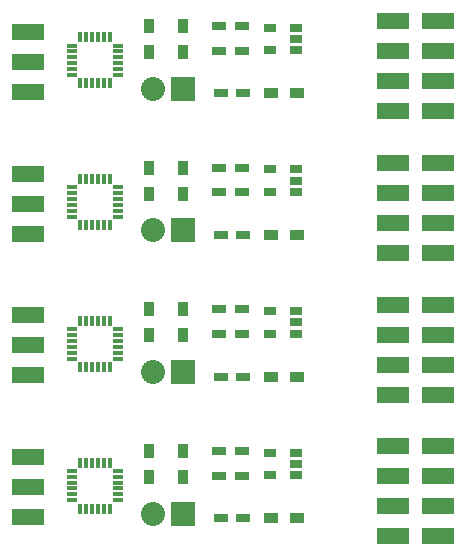
<source format=gts>
G04 #@! TF.FileFunction,Soldermask,Top*
%FSLAX46Y46*%
G04 Gerber Fmt 4.6, Leading zero omitted, Abs format (unit mm)*
G04 Created by KiCad (PCBNEW 4.0.2-stable) date 11.06.2016 10:01:23*
%MOMM*%
G01*
G04 APERTURE LIST*
%ADD10C,0.200000*%
%ADD11R,1.200000X0.750000*%
%ADD12R,2.032000X2.032000*%
%ADD13O,2.032000X2.032000*%
%ADD14R,2.799080X1.397000*%
%ADD15R,2.799080X1.399540*%
%ADD16R,1.200000X0.900000*%
%ADD17R,0.900000X1.200000*%
%ADD18R,1.060000X0.650000*%
%ADD19R,0.850000X0.300000*%
%ADD20R,0.300000X0.850000*%
G04 APERTURE END LIST*
D10*
D11*
X121535000Y-109585000D03*
X123435000Y-109585000D03*
X123335000Y-103885000D03*
X121435000Y-103885000D03*
X123335000Y-105985000D03*
X121435000Y-105985000D03*
D12*
X118385000Y-109185000D03*
D13*
X115845000Y-109185000D03*
D14*
X139910000Y-111110000D03*
X136100000Y-111110000D03*
X139910000Y-108570000D03*
X136100000Y-108570000D03*
X139910000Y-106030000D03*
X136100000Y-103490000D03*
X139910000Y-103490000D03*
D15*
X136100000Y-106030000D03*
D16*
X127985000Y-109585000D03*
X125785000Y-109585000D03*
D17*
X115485000Y-106085000D03*
X115485000Y-103885000D03*
X118385000Y-106085000D03*
X118385000Y-103885000D03*
D18*
X127885000Y-105935000D03*
X127885000Y-104985000D03*
X127885000Y-104035000D03*
X125685000Y-104035000D03*
X125685000Y-105935000D03*
D19*
X112850000Y-108050000D03*
X112850000Y-107550000D03*
X112850000Y-107050000D03*
X112850000Y-106550000D03*
X112850000Y-106050000D03*
X112850000Y-105550000D03*
D20*
X112150000Y-104850000D03*
X111650000Y-104850000D03*
X111150000Y-104850000D03*
X110650000Y-104850000D03*
X110150000Y-104850000D03*
X109650000Y-104850000D03*
D19*
X108950000Y-105550000D03*
X108950000Y-106050000D03*
X108950000Y-106550000D03*
X108950000Y-107050000D03*
X108950000Y-107550000D03*
X108950000Y-108050000D03*
D20*
X109650000Y-108750000D03*
X110150000Y-108750000D03*
X110650000Y-108750000D03*
X111150000Y-108750000D03*
X111650000Y-108750000D03*
X112150000Y-108750000D03*
D14*
X105200000Y-104390000D03*
X105200000Y-106930000D03*
D15*
X105200000Y-109470000D03*
D11*
X121535000Y-97585000D03*
X123435000Y-97585000D03*
X123335000Y-91885000D03*
X121435000Y-91885000D03*
X123335000Y-93985000D03*
X121435000Y-93985000D03*
D12*
X118385000Y-97185000D03*
D13*
X115845000Y-97185000D03*
D14*
X139910000Y-99110000D03*
X136100000Y-99110000D03*
X139910000Y-96570000D03*
X136100000Y-96570000D03*
X139910000Y-94030000D03*
X136100000Y-91490000D03*
X139910000Y-91490000D03*
D15*
X136100000Y-94030000D03*
D16*
X127985000Y-97585000D03*
X125785000Y-97585000D03*
D17*
X115485000Y-94085000D03*
X115485000Y-91885000D03*
X118385000Y-94085000D03*
X118385000Y-91885000D03*
D18*
X127885000Y-93935000D03*
X127885000Y-92985000D03*
X127885000Y-92035000D03*
X125685000Y-92035000D03*
X125685000Y-93935000D03*
D19*
X112850000Y-96050000D03*
X112850000Y-95550000D03*
X112850000Y-95050000D03*
X112850000Y-94550000D03*
X112850000Y-94050000D03*
X112850000Y-93550000D03*
D20*
X112150000Y-92850000D03*
X111650000Y-92850000D03*
X111150000Y-92850000D03*
X110650000Y-92850000D03*
X110150000Y-92850000D03*
X109650000Y-92850000D03*
D19*
X108950000Y-93550000D03*
X108950000Y-94050000D03*
X108950000Y-94550000D03*
X108950000Y-95050000D03*
X108950000Y-95550000D03*
X108950000Y-96050000D03*
D20*
X109650000Y-96750000D03*
X110150000Y-96750000D03*
X110650000Y-96750000D03*
X111150000Y-96750000D03*
X111650000Y-96750000D03*
X112150000Y-96750000D03*
D14*
X105200000Y-92390000D03*
X105200000Y-94930000D03*
D15*
X105200000Y-97470000D03*
D11*
X121535000Y-85585000D03*
X123435000Y-85585000D03*
X123335000Y-79885000D03*
X121435000Y-79885000D03*
X123335000Y-81985000D03*
X121435000Y-81985000D03*
D12*
X118385000Y-85185000D03*
D13*
X115845000Y-85185000D03*
D14*
X139910000Y-87110000D03*
X136100000Y-87110000D03*
X139910000Y-84570000D03*
X136100000Y-84570000D03*
X139910000Y-82030000D03*
X136100000Y-79490000D03*
X139910000Y-79490000D03*
D15*
X136100000Y-82030000D03*
D16*
X127985000Y-85585000D03*
X125785000Y-85585000D03*
D17*
X115485000Y-82085000D03*
X115485000Y-79885000D03*
X118385000Y-82085000D03*
X118385000Y-79885000D03*
D18*
X127885000Y-81935000D03*
X127885000Y-80985000D03*
X127885000Y-80035000D03*
X125685000Y-80035000D03*
X125685000Y-81935000D03*
D19*
X112850000Y-84050000D03*
X112850000Y-83550000D03*
X112850000Y-83050000D03*
X112850000Y-82550000D03*
X112850000Y-82050000D03*
X112850000Y-81550000D03*
D20*
X112150000Y-80850000D03*
X111650000Y-80850000D03*
X111150000Y-80850000D03*
X110650000Y-80850000D03*
X110150000Y-80850000D03*
X109650000Y-80850000D03*
D19*
X108950000Y-81550000D03*
X108950000Y-82050000D03*
X108950000Y-82550000D03*
X108950000Y-83050000D03*
X108950000Y-83550000D03*
X108950000Y-84050000D03*
D20*
X109650000Y-84750000D03*
X110150000Y-84750000D03*
X110650000Y-84750000D03*
X111150000Y-84750000D03*
X111650000Y-84750000D03*
X112150000Y-84750000D03*
D14*
X105200000Y-80390000D03*
X105200000Y-82930000D03*
D15*
X105200000Y-85470000D03*
D11*
X121535000Y-73585000D03*
X123435000Y-73585000D03*
X123335000Y-67885000D03*
X121435000Y-67885000D03*
X123335000Y-69985000D03*
X121435000Y-69985000D03*
D12*
X118385000Y-73185000D03*
D13*
X115845000Y-73185000D03*
D14*
X139910000Y-75110000D03*
X136100000Y-75110000D03*
X139910000Y-72570000D03*
X136100000Y-72570000D03*
X139910000Y-70030000D03*
X136100000Y-67490000D03*
X139910000Y-67490000D03*
D15*
X136100000Y-70030000D03*
D16*
X127985000Y-73585000D03*
X125785000Y-73585000D03*
D17*
X115485000Y-70085000D03*
X115485000Y-67885000D03*
X118385000Y-70085000D03*
X118385000Y-67885000D03*
D18*
X127885000Y-69935000D03*
X127885000Y-68985000D03*
X127885000Y-68035000D03*
X125685000Y-68035000D03*
X125685000Y-69935000D03*
D19*
X112850000Y-72050000D03*
X112850000Y-71550000D03*
X112850000Y-71050000D03*
X112850000Y-70550000D03*
X112850000Y-70050000D03*
X112850000Y-69550000D03*
D20*
X112150000Y-68850000D03*
X111650000Y-68850000D03*
X111150000Y-68850000D03*
X110650000Y-68850000D03*
X110150000Y-68850000D03*
X109650000Y-68850000D03*
D19*
X108950000Y-69550000D03*
X108950000Y-70050000D03*
X108950000Y-70550000D03*
X108950000Y-71050000D03*
X108950000Y-71550000D03*
X108950000Y-72050000D03*
D20*
X109650000Y-72750000D03*
X110150000Y-72750000D03*
X110650000Y-72750000D03*
X111150000Y-72750000D03*
X111650000Y-72750000D03*
X112150000Y-72750000D03*
D14*
X105200000Y-68390000D03*
X105200000Y-70930000D03*
D15*
X105200000Y-73470000D03*
M02*

</source>
